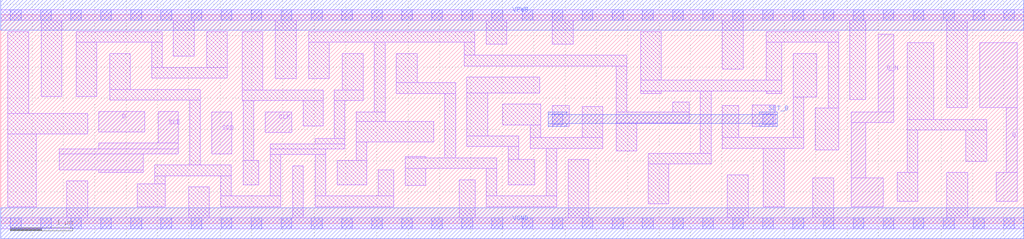
<source format=lef>
# Copyright 2020 The SkyWater PDK Authors
#
# Licensed under the Apache License, Version 2.0 (the "License");
# you may not use this file except in compliance with the License.
# You may obtain a copy of the License at
#
#     https://www.apache.org/licenses/LICENSE-2.0
#
# Unless required by applicable law or agreed to in writing, software
# distributed under the License is distributed on an "AS IS" BASIS,
# WITHOUT WARRANTIES OR CONDITIONS OF ANY KIND, either express or implied.
# See the License for the specific language governing permissions and
# limitations under the License.
#
# SPDX-License-Identifier: Apache-2.0

VERSION 5.7 ;
  NAMESCASESENSITIVE ON ;
  NOWIREEXTENSIONATPIN ON ;
  DIVIDERCHAR "/" ;
  BUSBITCHARS "[]" ;
UNITS
  DATABASE MICRONS 200 ;
END UNITS
MACRO sky130_fd_sc_lp__sdfsbp_lp
  CLASS CORE ;
  SOURCE USER ;
  FOREIGN sky130_fd_sc_lp__sdfsbp_lp ;
  ORIGIN  0.000000  0.000000 ;
  SIZE  16.32000 BY  3.330000 ;
  SYMMETRY X Y R90 ;
  SITE unit ;
  PIN D
    ANTENNAGATEAREA  0.313000 ;
    DIRECTION INPUT ;
    USE SIGNAL ;
    PORT
      LAYER li1 ;
        RECT 1.565000 1.460000 2.300000 1.790000 ;
    END
  END D
  PIN Q
    ANTENNADIFFAREA  0.402600 ;
    DIRECTION OUTPUT ;
    USE SIGNAL ;
    PORT
      LAYER li1 ;
        RECT 15.615000 1.850000 16.210000 2.890000 ;
        RECT 15.880000 0.350000 16.210000 0.810000 ;
        RECT 16.040000 0.810000 16.210000 1.850000 ;
    END
  END Q
  PIN Q_N
    ANTENNADIFFAREA  0.404700 ;
    DIRECTION OUTPUT ;
    USE SIGNAL ;
    PORT
      LAYER li1 ;
        RECT 13.565000 0.265000 14.075000 0.725000 ;
        RECT 13.565000 0.725000 13.795000 1.610000 ;
        RECT 13.565000 1.610000 14.245000 1.780000 ;
        RECT 13.995000 1.780000 14.245000 3.020000 ;
    END
  END Q_N
  PIN SCD
    ANTENNAGATEAREA  0.313000 ;
    DIRECTION INPUT ;
    USE SIGNAL ;
    PORT
      LAYER li1 ;
        RECT 3.365000 1.110000 3.685000 1.780000 ;
    END
  END SCD
  PIN SCE
    ANTENNAGATEAREA  0.689000 ;
    DIRECTION INPUT ;
    USE SIGNAL ;
    PORT
      LAYER li1 ;
        RECT 0.930000 0.855000 2.275000 1.110000 ;
        RECT 0.930000 1.110000 2.835000 1.185000 ;
        RECT 1.565000 0.810000 2.275000 0.855000 ;
        RECT 1.565000 1.185000 2.835000 1.280000 ;
        RECT 2.510000 1.280000 2.835000 1.790000 ;
    END
  END SCE
  PIN SET_B
    ANTENNAGATEAREA  0.626000 ;
    DIRECTION INPUT ;
    USE SIGNAL ;
    PORT
      LAYER met1 ;
        RECT  8.735000 1.550000  9.025000 1.595000 ;
        RECT  8.735000 1.595000 12.385000 1.735000 ;
        RECT  8.735000 1.735000  9.025000 1.780000 ;
        RECT 12.095000 1.550000 12.385000 1.595000 ;
        RECT 12.095000 1.735000 12.385000 1.780000 ;
    END
  END SET_B
  PIN CLK
    ANTENNAGATEAREA  0.376000 ;
    DIRECTION INPUT ;
    USE CLOCK ;
    PORT
      LAYER li1 ;
        RECT 4.215000 1.450000 4.645000 1.780000 ;
    END
  END CLK
  PIN VGND
    DIRECTION INOUT ;
    USE GROUND ;
    PORT
      LAYER met1 ;
        RECT 0.000000 -0.245000 16.320000 0.245000 ;
    END
  END VGND
  PIN VPWR
    DIRECTION INOUT ;
    USE POWER ;
    PORT
      LAYER met1 ;
        RECT 0.000000 3.085000 16.320000 3.575000 ;
    END
  END VPWR
  OBS
    LAYER li1 ;
      RECT  0.000000 -0.085000 16.320000 0.085000 ;
      RECT  0.000000  3.245000 16.320000 3.415000 ;
      RECT  0.115000  0.265000  0.565000 1.425000 ;
      RECT  0.115000  1.425000  1.385000 1.755000 ;
      RECT  0.115000  1.755000  0.445000 3.065000 ;
      RECT  0.645000  2.025000  0.975000 3.245000 ;
      RECT  1.055000  0.085000  1.385000 0.675000 ;
      RECT  1.205000  2.025000  1.535000 2.895000 ;
      RECT  1.205000  2.895000  2.575000 3.065000 ;
      RECT  1.735000  1.970000  3.185000 2.140000 ;
      RECT  1.735000  2.140000  2.065000 2.715000 ;
      RECT  2.175000  0.265000  2.625000 0.630000 ;
      RECT  2.405000  2.320000  3.615000 2.490000 ;
      RECT  2.405000  2.490000  2.575000 2.895000 ;
      RECT  2.455000  0.630000  2.625000 0.760000 ;
      RECT  2.455000  0.760000  3.675000 0.930000 ;
      RECT  2.755000  2.670000  3.085000 3.245000 ;
      RECT  2.995000  0.085000  3.325000 0.580000 ;
      RECT  3.015000  0.930000  3.185000 1.970000 ;
      RECT  3.285000  2.490000  3.615000 3.065000 ;
      RECT  3.505000  0.265000  4.465000 0.435000 ;
      RECT  3.505000  0.435000  3.675000 0.760000 ;
      RECT  3.850000  1.960000  5.140000 2.130000 ;
      RECT  3.850000  2.130000  4.180000 3.065000 ;
      RECT  3.865000  0.615000  4.115000 1.005000 ;
      RECT  3.865000  1.005000  4.035000 1.960000 ;
      RECT  4.295000  0.435000  4.465000 1.100000 ;
      RECT  4.295000  1.100000  5.185000 1.185000 ;
      RECT  4.295000  1.185000  5.490000 1.270000 ;
      RECT  4.380000  2.310000  4.710000 3.245000 ;
      RECT  4.655000  0.085000  4.825000 0.920000 ;
      RECT  4.825000  1.555000  5.140000 1.960000 ;
      RECT  4.910000  2.310000  5.240000 2.895000 ;
      RECT  4.910000  2.895000  7.560000 3.065000 ;
      RECT  5.015000  0.265000  6.270000 0.435000 ;
      RECT  5.015000  0.435000  5.185000 1.100000 ;
      RECT  5.015000  1.270000  5.490000 1.355000 ;
      RECT  5.320000  1.355000  5.490000 1.960000 ;
      RECT  5.320000  1.960000  5.780000 2.130000 ;
      RECT  5.365000  0.615000  5.840000 1.005000 ;
      RECT  5.450000  2.130000  5.780000 2.715000 ;
      RECT  5.670000  1.005000  5.840000 1.300000 ;
      RECT  5.670000  1.300000  6.905000 1.630000 ;
      RECT  5.670000  1.630000  6.130000 1.780000 ;
      RECT  5.960000  1.780000  6.130000 2.895000 ;
      RECT  6.020000  0.435000  6.270000 0.855000 ;
      RECT  6.310000  2.075000  7.255000 2.245000 ;
      RECT  6.310000  2.245000  6.640000 2.715000 ;
      RECT  6.450000  0.605000  6.780000 0.875000 ;
      RECT  6.450000  0.875000  7.915000 1.045000 ;
      RECT  6.450000  1.045000  6.780000 1.065000 ;
      RECT  7.085000  1.045000  7.255000 2.075000 ;
      RECT  7.315000  0.085000  7.565000 0.695000 ;
      RECT  7.390000  2.515000  9.985000 2.685000 ;
      RECT  7.390000  2.685000  7.560000 2.895000 ;
      RECT  7.435000  1.225000  8.265000 1.395000 ;
      RECT  7.435000  1.395000  7.765000 2.085000 ;
      RECT  7.435000  2.085000  8.600000 2.335000 ;
      RECT  7.740000  2.865000  8.070000 3.245000 ;
      RECT  7.745000  0.265000  8.870000 0.435000 ;
      RECT  7.745000  0.435000  7.915000 0.875000 ;
      RECT  8.005000  1.575000  8.615000 1.905000 ;
      RECT  8.095000  0.615000  8.520000 1.020000 ;
      RECT  8.095000  1.020000  8.265000 1.225000 ;
      RECT  8.445000  1.200000  9.605000 1.370000 ;
      RECT  8.445000  1.370000  8.615000 1.575000 ;
      RECT  8.700000  0.435000  8.870000 1.200000 ;
      RECT  8.795000  1.550000  9.065000 1.880000 ;
      RECT  8.800000  2.865000  9.130000 3.245000 ;
      RECT  9.050000  0.085000  9.380000 1.020000 ;
      RECT  9.275000  1.370000  9.605000 1.870000 ;
      RECT  9.815000  1.155000 10.145000 1.605000 ;
      RECT  9.815000  1.605000 10.980000 1.775000 ;
      RECT  9.815000  1.775000  9.985000 2.515000 ;
      RECT 10.205000  2.075000 10.535000 2.115000 ;
      RECT 10.205000  2.115000 12.460000 2.285000 ;
      RECT 10.205000  2.285000 10.535000 3.065000 ;
      RECT 10.325000  0.310000 10.655000 0.950000 ;
      RECT 10.325000  0.950000 11.330000 1.120000 ;
      RECT 10.715000  1.775000 10.980000 1.935000 ;
      RECT 11.160000  1.120000 11.330000 2.115000 ;
      RECT 11.510000  1.200000 12.810000 1.370000 ;
      RECT 11.510000  1.370000 11.775000 1.885000 ;
      RECT 11.510000  2.465000 11.840000 3.245000 ;
      RECT 11.590000  0.085000 11.920000 0.770000 ;
      RECT 11.985000  1.550000 12.355000 1.890000 ;
      RECT 12.165000  0.265000 12.495000 1.200000 ;
      RECT 12.210000  2.075000 12.460000 2.115000 ;
      RECT 12.210000  2.285000 12.460000 2.895000 ;
      RECT 12.210000  2.895000 13.365000 3.065000 ;
      RECT 12.640000  1.370000 12.810000 2.020000 ;
      RECT 12.640000  2.020000 13.015000 2.715000 ;
      RECT 12.955000  0.085000 13.285000 0.725000 ;
      RECT 12.990000  1.170000 13.365000 1.840000 ;
      RECT 13.195000  1.840000 13.365000 2.895000 ;
      RECT 13.545000  1.980000 13.795000 3.245000 ;
      RECT 14.300000  0.350000 14.630000 0.810000 ;
      RECT 14.460000  0.810000 14.630000 1.490000 ;
      RECT 14.460000  1.490000 15.725000 1.660000 ;
      RECT 14.460000  1.660000 14.885000 2.890000 ;
      RECT 15.085000  1.850000 15.415000 3.245000 ;
      RECT 15.090000  0.085000 15.420000 0.810000 ;
      RECT 15.395000  0.990000 15.725000 1.490000 ;
    LAYER mcon ;
      RECT  0.155000 -0.085000  0.325000 0.085000 ;
      RECT  0.155000  3.245000  0.325000 3.415000 ;
      RECT  0.635000 -0.085000  0.805000 0.085000 ;
      RECT  0.635000  3.245000  0.805000 3.415000 ;
      RECT  1.115000 -0.085000  1.285000 0.085000 ;
      RECT  1.115000  3.245000  1.285000 3.415000 ;
      RECT  1.595000 -0.085000  1.765000 0.085000 ;
      RECT  1.595000  3.245000  1.765000 3.415000 ;
      RECT  2.075000 -0.085000  2.245000 0.085000 ;
      RECT  2.075000  3.245000  2.245000 3.415000 ;
      RECT  2.555000 -0.085000  2.725000 0.085000 ;
      RECT  2.555000  3.245000  2.725000 3.415000 ;
      RECT  3.035000 -0.085000  3.205000 0.085000 ;
      RECT  3.035000  3.245000  3.205000 3.415000 ;
      RECT  3.515000 -0.085000  3.685000 0.085000 ;
      RECT  3.515000  3.245000  3.685000 3.415000 ;
      RECT  3.995000 -0.085000  4.165000 0.085000 ;
      RECT  3.995000  3.245000  4.165000 3.415000 ;
      RECT  4.475000 -0.085000  4.645000 0.085000 ;
      RECT  4.475000  3.245000  4.645000 3.415000 ;
      RECT  4.955000 -0.085000  5.125000 0.085000 ;
      RECT  4.955000  3.245000  5.125000 3.415000 ;
      RECT  5.435000 -0.085000  5.605000 0.085000 ;
      RECT  5.435000  3.245000  5.605000 3.415000 ;
      RECT  5.915000 -0.085000  6.085000 0.085000 ;
      RECT  5.915000  3.245000  6.085000 3.415000 ;
      RECT  6.395000 -0.085000  6.565000 0.085000 ;
      RECT  6.395000  3.245000  6.565000 3.415000 ;
      RECT  6.875000 -0.085000  7.045000 0.085000 ;
      RECT  6.875000  3.245000  7.045000 3.415000 ;
      RECT  7.355000 -0.085000  7.525000 0.085000 ;
      RECT  7.355000  3.245000  7.525000 3.415000 ;
      RECT  7.835000 -0.085000  8.005000 0.085000 ;
      RECT  7.835000  3.245000  8.005000 3.415000 ;
      RECT  8.315000 -0.085000  8.485000 0.085000 ;
      RECT  8.315000  3.245000  8.485000 3.415000 ;
      RECT  8.795000 -0.085000  8.965000 0.085000 ;
      RECT  8.795000  1.580000  8.965000 1.750000 ;
      RECT  8.795000  3.245000  8.965000 3.415000 ;
      RECT  9.275000 -0.085000  9.445000 0.085000 ;
      RECT  9.275000  3.245000  9.445000 3.415000 ;
      RECT  9.755000 -0.085000  9.925000 0.085000 ;
      RECT  9.755000  3.245000  9.925000 3.415000 ;
      RECT 10.235000 -0.085000 10.405000 0.085000 ;
      RECT 10.235000  3.245000 10.405000 3.415000 ;
      RECT 10.715000 -0.085000 10.885000 0.085000 ;
      RECT 10.715000  3.245000 10.885000 3.415000 ;
      RECT 11.195000 -0.085000 11.365000 0.085000 ;
      RECT 11.195000  3.245000 11.365000 3.415000 ;
      RECT 11.675000 -0.085000 11.845000 0.085000 ;
      RECT 11.675000  3.245000 11.845000 3.415000 ;
      RECT 12.155000 -0.085000 12.325000 0.085000 ;
      RECT 12.155000  1.580000 12.325000 1.750000 ;
      RECT 12.155000  3.245000 12.325000 3.415000 ;
      RECT 12.635000 -0.085000 12.805000 0.085000 ;
      RECT 12.635000  3.245000 12.805000 3.415000 ;
      RECT 13.115000 -0.085000 13.285000 0.085000 ;
      RECT 13.115000  3.245000 13.285000 3.415000 ;
      RECT 13.595000 -0.085000 13.765000 0.085000 ;
      RECT 13.595000  3.245000 13.765000 3.415000 ;
      RECT 14.075000 -0.085000 14.245000 0.085000 ;
      RECT 14.075000  3.245000 14.245000 3.415000 ;
      RECT 14.555000 -0.085000 14.725000 0.085000 ;
      RECT 14.555000  3.245000 14.725000 3.415000 ;
      RECT 15.035000 -0.085000 15.205000 0.085000 ;
      RECT 15.035000  3.245000 15.205000 3.415000 ;
      RECT 15.515000 -0.085000 15.685000 0.085000 ;
      RECT 15.515000  3.245000 15.685000 3.415000 ;
      RECT 15.995000 -0.085000 16.165000 0.085000 ;
      RECT 15.995000  3.245000 16.165000 3.415000 ;
  END
END sky130_fd_sc_lp__sdfsbp_lp
END LIBRARY

</source>
